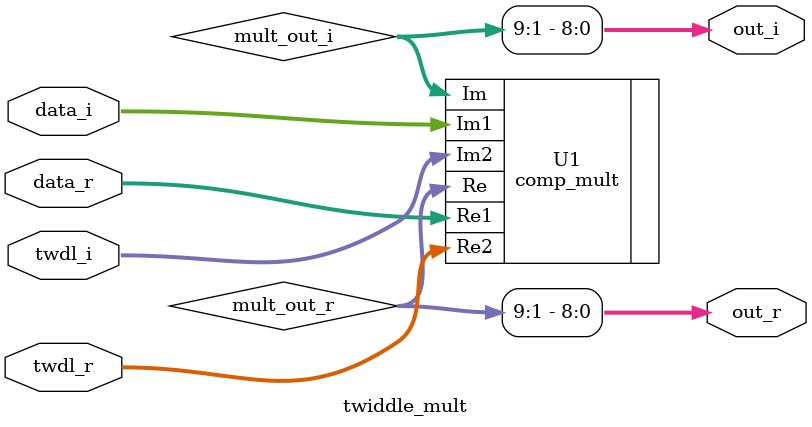
<source format=v>


// The result of translation follows.  Its copyright status should be
// considered unchanged from the original VHDL.

//Twiddle multiplier 
//7/17/02  
//Uses a both inputs same width complex multiplier 
//Won't sign extend output, but will truncate it down 
//(mult_width + twiddle_width >= output_width) 
// 
//Twiddle factors are limited to -1 < twdl < 1. 
//(twiddle factor can't be 0b1000000000) 
// no timescale needed

module twiddle_mult(
input wire [mult_width - 1:0] data_r,
input wire [mult_width - 1:0] data_i,
input wire [twiddle_width - 1:0] twdl_r,
input wire [twiddle_width - 1:0] twdl_i,
output reg [output_width - 1:0] out_r,
output reg [output_width - 1:0] out_i
);

parameter [31:0] mult_width=7;
parameter [31:0] twiddle_width=3;
parameter [31:0] output_width=9;



wire [twiddle_width + mult_width:0] mult_out_r;
wire [twiddle_width + mult_width:0] mult_out_i;

  comp_mult #(
      .inst_width1(mult_width),
    .inst_width2(twiddle_width))
  U1(
      .Re1(data_r),
    .Im1(data_i),
    .Re2(twdl_r),
    .Im2(twdl_i),
    .Re(mult_out_r),
    .Im(mult_out_i));

  always @(mult_out_r or mult_out_i) begin
    out_r <= mult_out_r[(twiddle_width + mult_width - 1):(twiddle_width + mult_width - output_width)];
    out_i <= mult_out_i[(twiddle_width + mult_width - 1):(twiddle_width + mult_width - output_width)];
  end


endmodule

</source>
